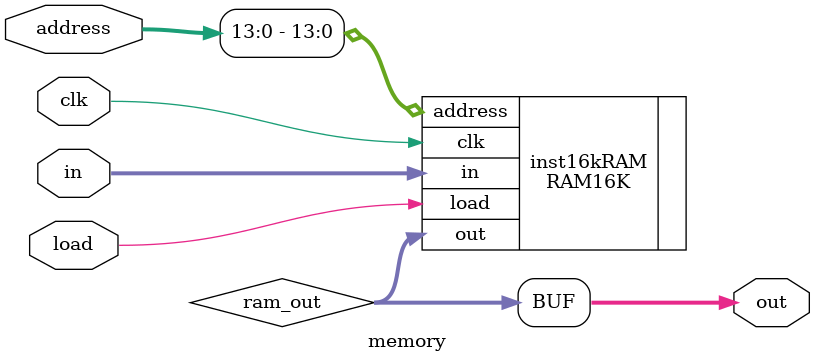
<source format=v>

module memory(
    input [15:0] in,
    input [14:0] address,
    input load,
    input clk,
    output [15:0] out
    );

    wire [15:0] ram_out;

    RAM16K inst16kRAM (
        .in(in),
        .out(ram_out),
        .address(address[13:0]), // 14-bit address = 16K
        .clk(clk),
        .load(load)
    );
  
    assign out = ram_out;

endmodule

</source>
